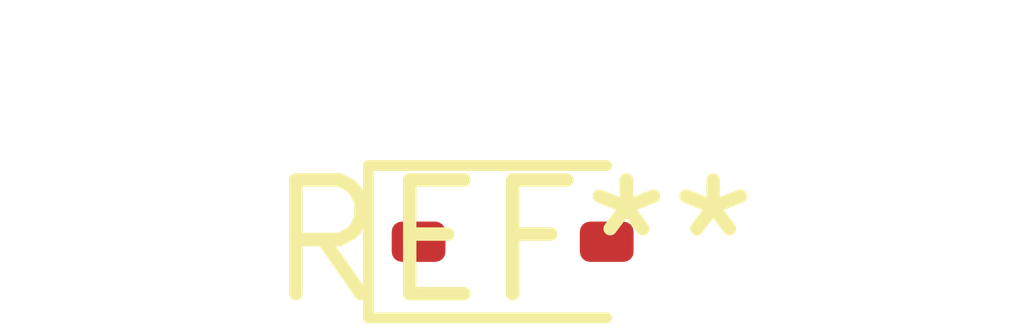
<source format=kicad_pcb>
(kicad_pcb (version 20240108) (generator pcbnew)
  (layers (0 "F.Cu" signal) (31 "B.Cu" signal) (34 "B.Paste" user) (35 "F.Paste" user) (36 "B.SilkS" user "B.Silkscreen") (37 "F.SilkS" user "F.Silkscreen") (38 "B.Mask" user) (39 "F.Mask" user) (44 "Edge.Cuts" user))
  (net 0 "")
  (footprint "D_SOD-323" (layer "F.Cu") (at 0 0)
    (property "Reference" "REF**")
    (property "Value" "D_SOD-323")
    (fp_line (start -1.61 -0.85) (end -1.61 0.85) (layer "F.SilkS") (stroke (width 0.12)))
    (fp_line (start -1.61 -0.85) (end 1.05 -0.85) (layer "F.SilkS") (stroke (width 0.12)))
    (fp_line (start -1.61 0.85) (end 1.05 0.85) (layer "F.SilkS") (stroke (width 0.12)))
    (pad "1" smd roundrect (at -1.05 0) (size 0.6 0.45) (layers "F.Cu" "F.Paste" "F.Mask"))
    (pad "2" smd roundrect (at 1.05 0) (size 0.6 0.45) (layers "F.Cu" "F.Paste" "F.Mask"))
  )
)
</source>
